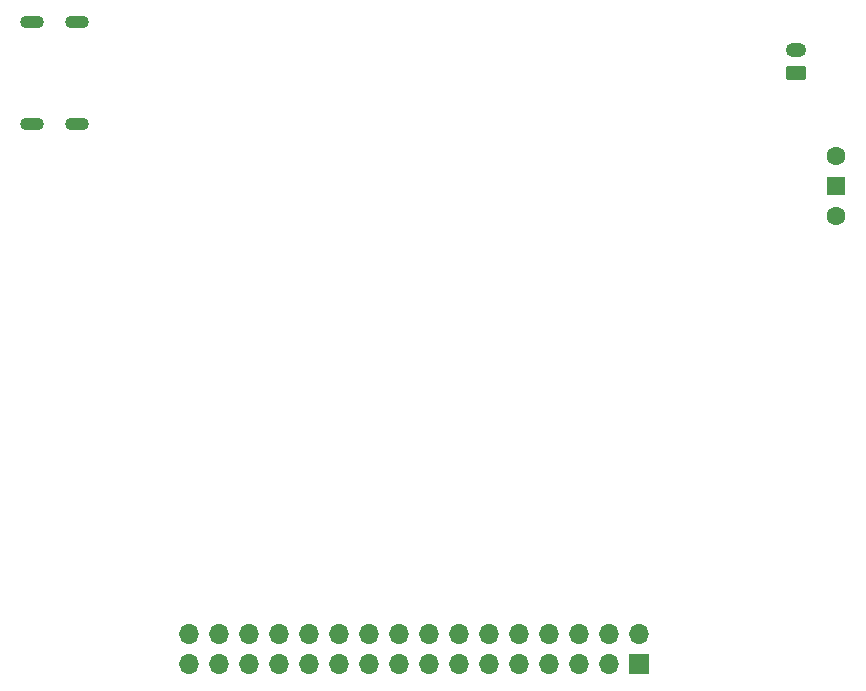
<source format=gbr>
%TF.GenerationSoftware,KiCad,Pcbnew,9.0.0*%
%TF.CreationDate,2025-03-28T13:41:41+02:00*%
%TF.ProjectId,Project Design,50726f6a-6563-4742-9044-657369676e2e,rev?*%
%TF.SameCoordinates,Original*%
%TF.FileFunction,Soldermask,Bot*%
%TF.FilePolarity,Negative*%
%FSLAX46Y46*%
G04 Gerber Fmt 4.6, Leading zero omitted, Abs format (unit mm)*
G04 Created by KiCad (PCBNEW 9.0.0) date 2025-03-28 13:41:41*
%MOMM*%
%LPD*%
G01*
G04 APERTURE LIST*
G04 Aperture macros list*
%AMRoundRect*
0 Rectangle with rounded corners*
0 $1 Rounding radius*
0 $2 $3 $4 $5 $6 $7 $8 $9 X,Y pos of 4 corners*
0 Add a 4 corners polygon primitive as box body*
4,1,4,$2,$3,$4,$5,$6,$7,$8,$9,$2,$3,0*
0 Add four circle primitives for the rounded corners*
1,1,$1+$1,$2,$3*
1,1,$1+$1,$4,$5*
1,1,$1+$1,$6,$7*
1,1,$1+$1,$8,$9*
0 Add four rect primitives between the rounded corners*
20,1,$1+$1,$2,$3,$4,$5,0*
20,1,$1+$1,$4,$5,$6,$7,0*
20,1,$1+$1,$6,$7,$8,$9,0*
20,1,$1+$1,$8,$9,$2,$3,0*%
G04 Aperture macros list end*
%ADD10O,2.000000X1.100000*%
%ADD11C,1.600000*%
%ADD12R,1.500000X1.500000*%
%ADD13O,1.750000X1.200000*%
%ADD14RoundRect,0.250000X0.625000X-0.350000X0.625000X0.350000X-0.625000X0.350000X-0.625000X-0.350000X0*%
%ADD15R,1.700000X1.700000*%
%ADD16O,1.700000X1.700000*%
G04 APERTURE END LIST*
D10*
%TO.C,USBC1*%
X139232900Y-48680000D03*
X135432800Y-48680000D03*
X139232900Y-57320000D03*
X135432800Y-57320000D03*
%TD*%
D11*
%TO.C,SW3*%
X203500000Y-65040000D03*
X203500000Y-59960000D03*
D12*
X203500000Y-62500000D03*
%TD*%
D13*
%TO.C,J3*%
X200050000Y-51000000D03*
D14*
X200050000Y-53000000D03*
%TD*%
D15*
%TO.C,J1*%
X186780000Y-103040000D03*
D16*
X186780000Y-100500000D03*
X184240000Y-103040000D03*
X184240000Y-100500000D03*
X181700000Y-103040000D03*
X181700000Y-100500000D03*
X179160000Y-103040000D03*
X179160000Y-100500000D03*
X176620000Y-103040000D03*
X176620000Y-100500000D03*
X174080000Y-103040000D03*
X174080000Y-100500000D03*
X171540000Y-103040000D03*
X171540000Y-100500000D03*
X169000000Y-103040000D03*
X169000000Y-100500000D03*
X166460000Y-103040000D03*
X166460000Y-100500000D03*
X163920000Y-103040000D03*
X163920000Y-100500000D03*
X161380000Y-103040000D03*
X161380000Y-100500000D03*
X158840000Y-103040000D03*
X158840000Y-100500000D03*
X156300000Y-103040000D03*
X156300000Y-100500000D03*
X153760000Y-103040000D03*
X153760000Y-100500000D03*
X151220000Y-103040000D03*
X151220000Y-100500000D03*
X148680000Y-103040000D03*
X148680000Y-100500000D03*
%TD*%
M02*

</source>
